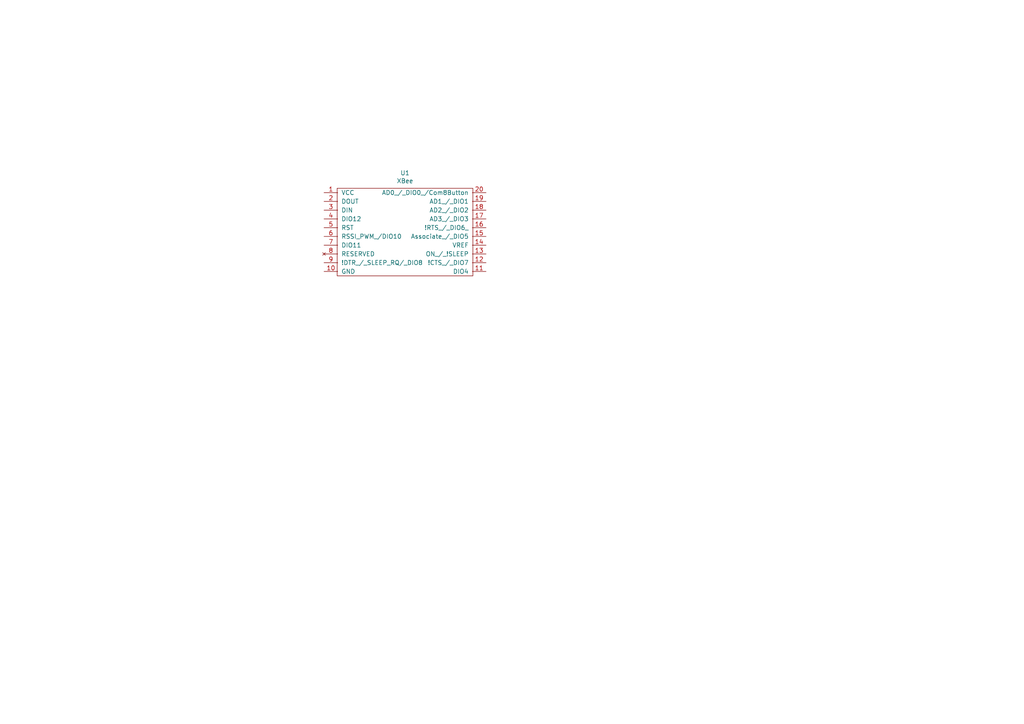
<source format=kicad_sch>
(kicad_sch (version 20211123) (generator eeschema)
  (paper "A4")
  (lib_symbols
    (symbol "bus_raspi-rescue:XBeePro-xbeepro" (pin_names (offset 1.016))
      (property "Reference" "U" (at 24.13 35.56 0))
      (property "Value" "XBeePro-xbeepro" (at 24.13 33.02 0))
      (symbol "XBeePro-xbeepro_0_1"
        (rectangle (start 3.81 5.08) (end 43.18 30.48))
      )
      (symbol "XBeePro-xbeepro_1_1"
        (pin input line (at 0 29.21 0) (length 3.9878) (name "VCC") (number "1"))
        (pin power_in line (at 0 6.35 0) (length 3.9878) (name "GND") (number "10"))
        (pin bidirectional line (at 46.99 6.35 180) (length 3.9878) (name "DIO4") (number "11"))
        (pin output line (at 46.99 8.89 180) (length 3.9878) (name "!CTS_/_DIO7") (number "12"))
        (pin output line (at 46.99 11.43 180) (length 3.9878) (name "ON_/_!SLEEP") (number "13"))
        (pin input line (at 46.99 13.97 180) (length 3.9878) (name "VREF") (number "14"))
        (pin bidirectional line (at 46.99 16.51 180) (length 3.9878) (name "Associate_/_DIO5") (number "15"))
        (pin bidirectional line (at 46.99 19.05 180) (length 3.9878) (name "!RTS_/_DIO6_") (number "16"))
        (pin bidirectional line (at 46.99 21.59 180) (length 3.9878) (name "AD3_/_DIO3") (number "17"))
        (pin bidirectional line (at 46.99 24.13 180) (length 3.9878) (name "AD2_/_DIO2") (number "18"))
        (pin bidirectional line (at 46.99 26.67 180) (length 3.9878) (name "AD1_/_DIO1") (number "19"))
        (pin output line (at 0 26.67 0) (length 3.9878) (name "DOUT") (number "2"))
        (pin bidirectional line (at 46.99 29.21 180) (length 3.9878) (name "AD0_/_DIO0_/Com8Button") (number "20"))
        (pin input line (at 0 24.13 0) (length 3.9878) (name "DIN") (number "3"))
        (pin bidirectional line (at 0 21.59 0) (length 3.9878) (name "DIO12") (number "4"))
        (pin bidirectional line (at 0 19.05 0) (length 3.9878) (name "RST") (number "5"))
        (pin bidirectional line (at 0 16.51 0) (length 3.9878) (name "RSSI_PWM_/DIO10") (number "6"))
        (pin bidirectional line (at 0 13.97 0) (length 3.9878) (name "DIO11") (number "7"))
        (pin no_connect line (at 0 11.43 0) (length 3.9878) (name "RESERVED") (number "8"))
        (pin bidirectional line (at 0 8.89 0) (length 3.9878) (name "!DTR_/_SLEEP_RQ/_DIO8") (number "9"))
      )
    )
  )
  (symbol (lib_id "bus_raspi-rescue:XBeePro-xbeepro") (at 93.98 85.09 0) (unit 1)
    (property "Reference" "U1" (at 117.475 50.165 0))
    (property "Value" "XBee" (at 117.475 52.4764 0))
    (property "Footprint" "Connecteurs:XBEE_PRO-20_THT" (effects hide))
  )
)
</source>
